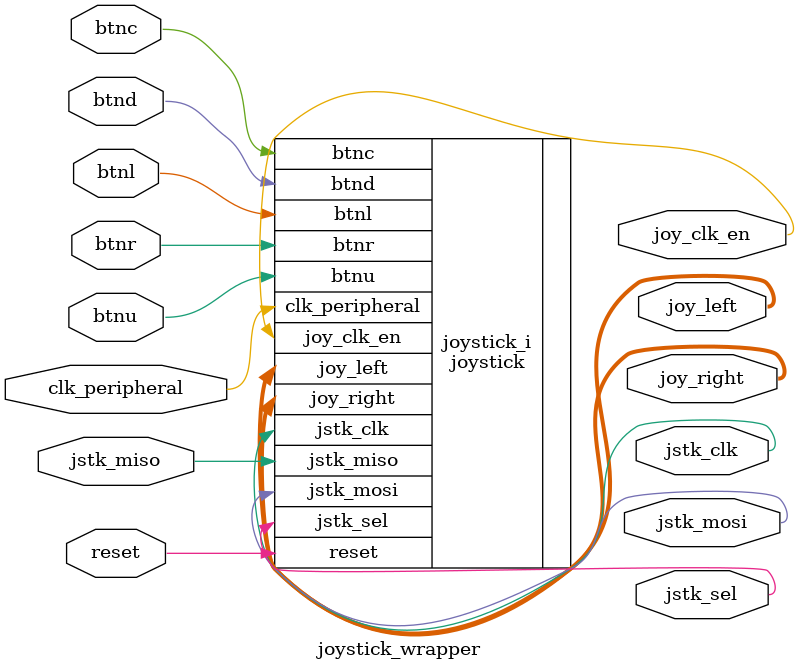
<source format=v>
`timescale 1 ps / 1 ps

module joystick_wrapper
   (btnc,
    btnd,
    btnl,
    btnr,
    btnu,
    clk_peripheral,
    joy_clk_en,
    joy_left,
    joy_right,
    jstk_clk,
    jstk_miso,
    jstk_mosi,
    jstk_sel,
    reset);
  input btnc;
  input btnd;
  input btnl;
  input btnr;
  input btnu;
  input clk_peripheral;
  output joy_clk_en;
  output [10:0]joy_left;
  output [10:0]joy_right;
  output jstk_clk;
  input jstk_miso;
  output jstk_mosi;
  output jstk_sel;
  input reset;

  wire btnc;
  wire btnd;
  wire btnl;
  wire btnr;
  wire btnu;
  wire clk_peripheral;
  wire joy_clk_en;
  wire [10:0]joy_left;
  wire [10:0]joy_right;
  wire jstk_clk;
  wire jstk_miso;
  wire jstk_mosi;
  wire jstk_sel;
  wire reset;

  joystick joystick_i
       (.btnc(btnc),
        .btnd(btnd),
        .btnl(btnl),
        .btnr(btnr),
        .btnu(btnu),
        .clk_peripheral(clk_peripheral),
        .joy_clk_en(joy_clk_en),
        .joy_left(joy_left),
        .joy_right(joy_right),
        .jstk_clk(jstk_clk),
        .jstk_miso(jstk_miso),
        .jstk_mosi(jstk_mosi),
        .jstk_sel(jstk_sel),
        .reset(reset));
endmodule

</source>
